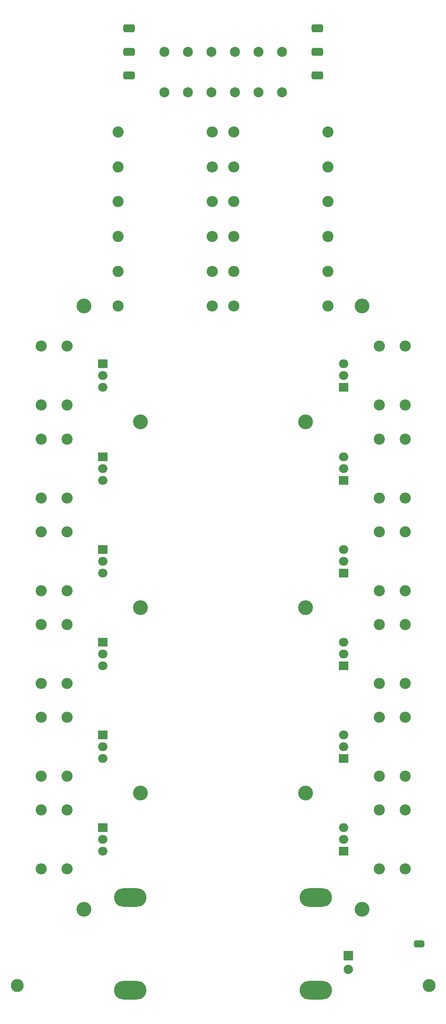
<source format=gbr>
%TF.GenerationSoftware,KiCad,Pcbnew,8.0.2*%
%TF.CreationDate,2024-12-14T16:27:18+01:00*%
%TF.ProjectId,pss_outstageboard,7073735f-6f75-4747-9374-616765626f61,1.0.0*%
%TF.SameCoordinates,Original*%
%TF.FileFunction,Soldermask,Top*%
%TF.FilePolarity,Negative*%
%FSLAX46Y46*%
G04 Gerber Fmt 4.6, Leading zero omitted, Abs format (unit mm)*
G04 Created by KiCad (PCBNEW 8.0.2) date 2024-12-14 16:27:18*
%MOMM*%
%LPD*%
G01*
G04 APERTURE LIST*
G04 Aperture macros list*
%AMRoundRect*
0 Rectangle with rounded corners*
0 $1 Rounding radius*
0 $2 $3 $4 $5 $6 $7 $8 $9 X,Y pos of 4 corners*
0 Add a 4 corners polygon primitive as box body*
4,1,4,$2,$3,$4,$5,$6,$7,$8,$9,$2,$3,0*
0 Add four circle primitives for the rounded corners*
1,1,$1+$1,$2,$3*
1,1,$1+$1,$4,$5*
1,1,$1+$1,$6,$7*
1,1,$1+$1,$8,$9*
0 Add four rect primitives between the rounded corners*
20,1,$1+$1,$2,$3,$4,$5,0*
20,1,$1+$1,$4,$5,$6,$7,0*
20,1,$1+$1,$6,$7,$8,$9,0*
20,1,$1+$1,$8,$9,$2,$3,0*%
%AMFreePoly0*
4,1,19,0.500000,-0.750000,0.000000,-0.750000,0.000000,-0.744911,-0.071157,-0.744911,-0.207708,-0.704816,-0.327430,-0.627875,-0.420627,-0.520320,-0.479746,-0.390866,-0.500000,-0.250000,-0.500000,0.250000,-0.479746,0.390866,-0.420627,0.520320,-0.327430,0.627875,-0.207708,0.704816,-0.071157,0.744911,0.000000,0.744911,0.000000,0.750000,0.500000,0.750000,0.500000,-0.750000,0.500000,-0.750000,
$1*%
%AMFreePoly1*
4,1,19,0.000000,0.744911,0.071157,0.744911,0.207708,0.704816,0.327430,0.627875,0.420627,0.520320,0.479746,0.390866,0.500000,0.250000,0.500000,-0.250000,0.479746,-0.390866,0.420627,-0.520320,0.327430,-0.627875,0.207708,-0.704816,0.071157,-0.744911,0.000000,-0.744911,0.000000,-0.750000,-0.500000,-0.750000,-0.500000,0.750000,0.000000,0.750000,0.000000,0.744911,0.000000,0.744911,
$1*%
G04 Aperture macros list end*
%ADD10C,0.000000*%
%ADD11C,2.400000*%
%ADD12O,2.400000X2.400000*%
%ADD13R,2.000000X1.905000*%
%ADD14O,2.000000X1.905000*%
%ADD15RoundRect,0.426829X-0.823171X-0.448171X0.823171X-0.448171X0.823171X0.448171X-0.823171X0.448171X0*%
%ADD16C,3.200000*%
%ADD17O,7.000000X4.000000*%
%ADD18C,2.000000*%
%ADD19R,2.000000X2.000000*%
%ADD20C,2.162000*%
%ADD21FreePoly0,180.000000*%
%ADD22FreePoly1,180.000000*%
%ADD23C,2.800000*%
G04 APERTURE END LIST*
D10*
%TO.C,JP2101*%
G36*
X253000000Y-228250000D02*
G01*
X251700000Y-228250000D01*
X251700000Y-226750000D01*
X253000000Y-226750000D01*
X253000000Y-228250000D01*
G37*
%TD*%
D11*
%TO.C,R2503*%
X249280000Y-158650000D03*
D12*
X249280000Y-171350000D03*
%TD*%
D11*
%TO.C,R2602*%
X187340000Y-90000000D03*
D12*
X207660000Y-90000000D03*
%TD*%
D13*
%TO.C,Q2204*%
X184000000Y-122460000D03*
D14*
X184000000Y-125000000D03*
X184000000Y-127540000D03*
%TD*%
D11*
%TO.C,R2704*%
X249280000Y-191350000D03*
D12*
X249280000Y-178650000D03*
%TD*%
D13*
%TO.C,Q2404*%
X184000000Y-162460000D03*
D14*
X184000000Y-165000000D03*
X184000000Y-167540000D03*
%TD*%
D15*
%TO.C,TP2104*%
X189680000Y-30160000D03*
%TD*%
D16*
%TO.C,REF\u002A\u002A*%
X180000000Y-220000000D03*
%TD*%
D17*
%TO.C,M2101*%
X230000000Y-237500000D03*
X230000000Y-217500000D03*
X190000000Y-237500000D03*
X190000000Y-217500000D03*
D18*
X237000000Y-233000000D03*
D19*
X237000000Y-230000000D03*
%TD*%
D11*
%TO.C,R2706*%
X243692000Y-191350000D03*
D12*
X243692000Y-178650000D03*
%TD*%
D13*
%TO.C,Q2604*%
X184000000Y-202460000D03*
D14*
X184000000Y-205000000D03*
X184000000Y-207540000D03*
%TD*%
D11*
%TO.C,R2301*%
X232660000Y-60000000D03*
D12*
X212340000Y-60000000D03*
%TD*%
D16*
%TO.C,HS2101*%
X192200000Y-115000000D03*
X192200000Y-155000000D03*
X192200000Y-195000000D03*
X227800000Y-115000000D03*
X227800000Y-155000000D03*
X227800000Y-195000000D03*
%TD*%
D11*
%TO.C,R2701*%
X232660000Y-90000000D03*
D12*
X212340000Y-90000000D03*
%TD*%
D11*
%TO.C,R2204*%
X170720000Y-118650000D03*
D12*
X170720000Y-131350000D03*
%TD*%
D11*
%TO.C,R2202*%
X187340000Y-60000000D03*
D12*
X207660000Y-60000000D03*
%TD*%
D15*
%TO.C,TP2103*%
X230320000Y-30160000D03*
%TD*%
D11*
%TO.C,R2306*%
X243692000Y-111350000D03*
D12*
X243692000Y-98650000D03*
%TD*%
D11*
%TO.C,R2402*%
X187340000Y-75000000D03*
D12*
X207660000Y-75000000D03*
%TD*%
D11*
%TO.C,R2205*%
X176308000Y-111350000D03*
D12*
X176308000Y-98650000D03*
%TD*%
D20*
%TO.C,J2101*%
X222700000Y-43940000D03*
X222700000Y-35240000D03*
X217620000Y-43940000D03*
X217620000Y-35240000D03*
X212540000Y-43940000D03*
X212540000Y-35240000D03*
X207460000Y-43940000D03*
X207460000Y-35240000D03*
X202380000Y-43940000D03*
X202380000Y-35240000D03*
X197300000Y-43940000D03*
X197300000Y-35240000D03*
%TD*%
D11*
%TO.C,R2506*%
X243692000Y-151350000D03*
D12*
X243692000Y-138650000D03*
%TD*%
D13*
%TO.C,Q2703*%
X236000000Y-207540000D03*
D14*
X236000000Y-205000000D03*
X236000000Y-202460000D03*
%TD*%
D11*
%TO.C,R2206*%
X176308000Y-118650000D03*
D12*
X176308000Y-131350000D03*
%TD*%
D11*
%TO.C,R2605*%
X176308000Y-191350000D03*
D12*
X176308000Y-178650000D03*
%TD*%
D13*
%TO.C,Q2303*%
X236000000Y-127540000D03*
D14*
X236000000Y-125000000D03*
X236000000Y-122460000D03*
%TD*%
D11*
%TO.C,R2601*%
X187340000Y-82500000D03*
D12*
X207660000Y-82500000D03*
%TD*%
D13*
%TO.C,Q2304*%
X236000000Y-107540000D03*
D14*
X236000000Y-105000000D03*
X236000000Y-102460000D03*
%TD*%
D11*
%TO.C,R2501*%
X232660000Y-75000000D03*
D12*
X212340000Y-75000000D03*
%TD*%
D13*
%TO.C,Q2203*%
X184000000Y-102460000D03*
D14*
X184000000Y-105000000D03*
X184000000Y-107540000D03*
%TD*%
D15*
%TO.C,TP2105*%
X189680000Y-35240000D03*
%TD*%
D11*
%TO.C,R2401*%
X187340000Y-67500000D03*
D12*
X207660000Y-67500000D03*
%TD*%
D11*
%TO.C,R2203*%
X170720000Y-111350000D03*
D12*
X170720000Y-98650000D03*
%TD*%
D11*
%TO.C,R2603*%
X170720000Y-191350000D03*
D12*
X170720000Y-178650000D03*
%TD*%
D11*
%TO.C,R2404*%
X170720000Y-158650000D03*
D12*
X170720000Y-171350000D03*
%TD*%
D21*
%TO.C,JP2101*%
X253000000Y-227500000D03*
D22*
X251700000Y-227500000D03*
%TD*%
D11*
%TO.C,R2304*%
X249280000Y-111350000D03*
D12*
X249280000Y-98650000D03*
%TD*%
D11*
%TO.C,R2406*%
X176308000Y-158650000D03*
D12*
X176308000Y-171350000D03*
%TD*%
D13*
%TO.C,Q2503*%
X236000000Y-167540000D03*
D14*
X236000000Y-165000000D03*
X236000000Y-162460000D03*
%TD*%
D23*
%TO.C,REF\u002A\u002A*%
X254450000Y-236430000D03*
%TD*%
D11*
%TO.C,R2504*%
X249280000Y-151350000D03*
D12*
X249280000Y-138650000D03*
%TD*%
D13*
%TO.C,Q2403*%
X184000000Y-142460000D03*
D14*
X184000000Y-145000000D03*
X184000000Y-147540000D03*
%TD*%
D11*
%TO.C,R2705*%
X243692000Y-198650000D03*
D12*
X243692000Y-211350000D03*
%TD*%
D11*
%TO.C,R2305*%
X243692000Y-118650000D03*
D12*
X243692000Y-131350000D03*
%TD*%
D11*
%TO.C,R2502*%
X232660000Y-67500000D03*
D12*
X212340000Y-67500000D03*
%TD*%
D16*
%TO.C,REF\u002A\u002A*%
X240000000Y-90000000D03*
%TD*%
D11*
%TO.C,R2604*%
X170720000Y-198650000D03*
D12*
X170720000Y-211350000D03*
%TD*%
D15*
%TO.C,TP2102*%
X230320000Y-35240000D03*
%TD*%
%TO.C,TP2101*%
X230320000Y-40320000D03*
%TD*%
D11*
%TO.C,R2703*%
X249280000Y-198650000D03*
D12*
X249280000Y-211350000D03*
%TD*%
D16*
%TO.C,REF\u002A\u002A*%
X240000000Y-220000000D03*
%TD*%
D11*
%TO.C,R2303*%
X249280000Y-118650000D03*
D12*
X249280000Y-131350000D03*
%TD*%
D13*
%TO.C,Q2704*%
X236000000Y-187540000D03*
D14*
X236000000Y-185000000D03*
X236000000Y-182460000D03*
%TD*%
D11*
%TO.C,R2405*%
X176308000Y-151350000D03*
D12*
X176308000Y-138650000D03*
%TD*%
D13*
%TO.C,Q2504*%
X236000000Y-147540000D03*
D14*
X236000000Y-145000000D03*
X236000000Y-142460000D03*
%TD*%
D11*
%TO.C,R2403*%
X170720000Y-151350000D03*
D12*
X170720000Y-138650000D03*
%TD*%
D11*
%TO.C,R2702*%
X232660000Y-82500000D03*
D12*
X212340000Y-82500000D03*
%TD*%
D11*
%TO.C,R2606*%
X176308000Y-198650000D03*
D12*
X176308000Y-211350000D03*
%TD*%
D11*
%TO.C,R2505*%
X243692000Y-158650000D03*
D12*
X243692000Y-171350000D03*
%TD*%
D13*
%TO.C,Q2603*%
X184000000Y-182460000D03*
D14*
X184000000Y-185000000D03*
X184000000Y-187540000D03*
%TD*%
D15*
%TO.C,TP2106*%
X189680000Y-40320000D03*
%TD*%
D16*
%TO.C,REF\u002A\u002A*%
X180000000Y-90000000D03*
%TD*%
D11*
%TO.C,R2302*%
X232660000Y-52500000D03*
D12*
X212340000Y-52500000D03*
%TD*%
D23*
%TO.C,REF\u002A\u002A*%
X165550000Y-236430000D03*
%TD*%
D11*
%TO.C,R2201*%
X187340000Y-52500000D03*
D12*
X207660000Y-52500000D03*
%TD*%
M02*

</source>
